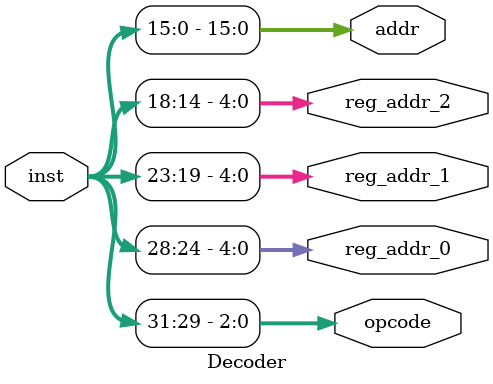
<source format=v>
`timescale 1ns / 1ps
/*
Decoder Module

Takes a 32-bit instruction as input and drives each
of the output based on the Instruction Set Architecture
given in the project instructions
*/


module  Decoder(
    input [31:0] inst, 
    output [2:0] opcode,
    output [4:0] reg_addr_0,
    output [4:0] reg_addr_1,
    output [4:0] reg_addr_2,
    output [15:0] addr
    );
    
    // Use assign statements to redirect parts of the instruction to output
    assign opcode = inst[31:29];
    assign reg_addr_0 = inst[28:24];
    assign reg_addr_1 = inst[23:19];
    assign reg_addr_2 = inst[18:14];
    assign addr = inst[15:0];
    
endmodule

</source>
